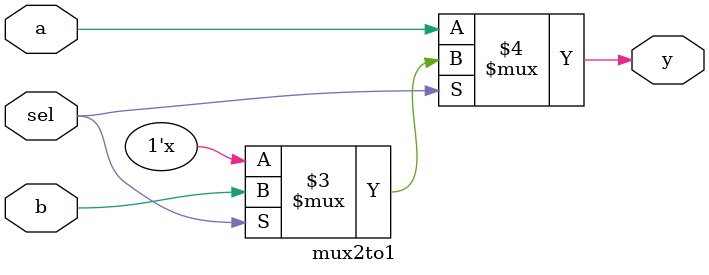
<source format=v>

module mux2to1(
  output y,
  input a,b,sel
);

  // sel = 0, y = a, or if sel = 1, y=b

  assign y = (sel == 1'b0) ? a : (sel == 1'b1) ? b : 1'bx;

endmodule
</source>
